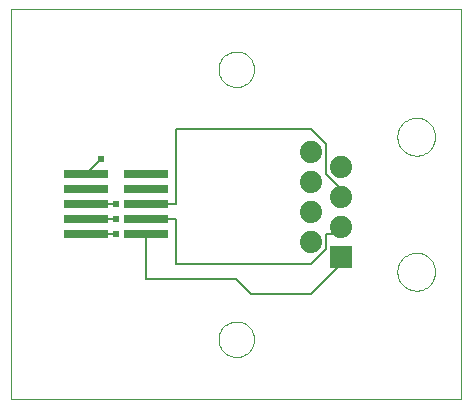
<source format=gtl>
G75*
G70*
%OFA0B0*%
%FSLAX24Y24*%
%IPPOS*%
%LPD*%
%AMOC8*
5,1,8,0,0,1.08239X$1,22.5*
%
%ADD10C,0.0000*%
%ADD11C,0.0740*%
%ADD12R,0.0740X0.0740*%
%ADD13R,0.1500X0.0290*%
%ADD14C,0.0060*%
%ADD15C,0.0240*%
D10*
X000100Y000100D02*
X000100Y013100D01*
X015100Y013100D01*
X015100Y000100D01*
X000100Y000100D01*
X007009Y002100D02*
X007011Y002148D01*
X007017Y002196D01*
X007027Y002243D01*
X007040Y002289D01*
X007058Y002334D01*
X007078Y002378D01*
X007103Y002420D01*
X007131Y002459D01*
X007161Y002496D01*
X007195Y002530D01*
X007232Y002562D01*
X007270Y002591D01*
X007311Y002616D01*
X007354Y002638D01*
X007399Y002656D01*
X007445Y002670D01*
X007492Y002681D01*
X007540Y002688D01*
X007588Y002691D01*
X007636Y002690D01*
X007684Y002685D01*
X007732Y002676D01*
X007778Y002664D01*
X007823Y002647D01*
X007867Y002627D01*
X007909Y002604D01*
X007949Y002577D01*
X007987Y002547D01*
X008022Y002514D01*
X008054Y002478D01*
X008084Y002440D01*
X008110Y002399D01*
X008132Y002356D01*
X008152Y002312D01*
X008167Y002267D01*
X008179Y002220D01*
X008187Y002172D01*
X008191Y002124D01*
X008191Y002076D01*
X008187Y002028D01*
X008179Y001980D01*
X008167Y001933D01*
X008152Y001888D01*
X008132Y001844D01*
X008110Y001801D01*
X008084Y001760D01*
X008054Y001722D01*
X008022Y001686D01*
X007987Y001653D01*
X007949Y001623D01*
X007909Y001596D01*
X007867Y001573D01*
X007823Y001553D01*
X007778Y001536D01*
X007732Y001524D01*
X007684Y001515D01*
X007636Y001510D01*
X007588Y001509D01*
X007540Y001512D01*
X007492Y001519D01*
X007445Y001530D01*
X007399Y001544D01*
X007354Y001562D01*
X007311Y001584D01*
X007270Y001609D01*
X007232Y001638D01*
X007195Y001670D01*
X007161Y001704D01*
X007131Y001741D01*
X007103Y001780D01*
X007078Y001822D01*
X007058Y001866D01*
X007040Y001911D01*
X007027Y001957D01*
X007017Y002004D01*
X007011Y002052D01*
X007009Y002100D01*
X012970Y004350D02*
X012972Y004400D01*
X012978Y004450D01*
X012988Y004499D01*
X013002Y004547D01*
X013019Y004594D01*
X013040Y004639D01*
X013065Y004683D01*
X013093Y004724D01*
X013125Y004763D01*
X013159Y004800D01*
X013196Y004834D01*
X013236Y004864D01*
X013278Y004891D01*
X013322Y004915D01*
X013368Y004936D01*
X013415Y004952D01*
X013463Y004965D01*
X013513Y004974D01*
X013562Y004979D01*
X013613Y004980D01*
X013663Y004977D01*
X013712Y004970D01*
X013761Y004959D01*
X013809Y004944D01*
X013855Y004926D01*
X013900Y004904D01*
X013943Y004878D01*
X013984Y004849D01*
X014023Y004817D01*
X014059Y004782D01*
X014091Y004744D01*
X014121Y004704D01*
X014148Y004661D01*
X014171Y004617D01*
X014190Y004571D01*
X014206Y004523D01*
X014218Y004474D01*
X014226Y004425D01*
X014230Y004375D01*
X014230Y004325D01*
X014226Y004275D01*
X014218Y004226D01*
X014206Y004177D01*
X014190Y004129D01*
X014171Y004083D01*
X014148Y004039D01*
X014121Y003996D01*
X014091Y003956D01*
X014059Y003918D01*
X014023Y003883D01*
X013984Y003851D01*
X013943Y003822D01*
X013900Y003796D01*
X013855Y003774D01*
X013809Y003756D01*
X013761Y003741D01*
X013712Y003730D01*
X013663Y003723D01*
X013613Y003720D01*
X013562Y003721D01*
X013513Y003726D01*
X013463Y003735D01*
X013415Y003748D01*
X013368Y003764D01*
X013322Y003785D01*
X013278Y003809D01*
X013236Y003836D01*
X013196Y003866D01*
X013159Y003900D01*
X013125Y003937D01*
X013093Y003976D01*
X013065Y004017D01*
X013040Y004061D01*
X013019Y004106D01*
X013002Y004153D01*
X012988Y004201D01*
X012978Y004250D01*
X012972Y004300D01*
X012970Y004350D01*
X012970Y008850D02*
X012972Y008900D01*
X012978Y008950D01*
X012988Y008999D01*
X013002Y009047D01*
X013019Y009094D01*
X013040Y009139D01*
X013065Y009183D01*
X013093Y009224D01*
X013125Y009263D01*
X013159Y009300D01*
X013196Y009334D01*
X013236Y009364D01*
X013278Y009391D01*
X013322Y009415D01*
X013368Y009436D01*
X013415Y009452D01*
X013463Y009465D01*
X013513Y009474D01*
X013562Y009479D01*
X013613Y009480D01*
X013663Y009477D01*
X013712Y009470D01*
X013761Y009459D01*
X013809Y009444D01*
X013855Y009426D01*
X013900Y009404D01*
X013943Y009378D01*
X013984Y009349D01*
X014023Y009317D01*
X014059Y009282D01*
X014091Y009244D01*
X014121Y009204D01*
X014148Y009161D01*
X014171Y009117D01*
X014190Y009071D01*
X014206Y009023D01*
X014218Y008974D01*
X014226Y008925D01*
X014230Y008875D01*
X014230Y008825D01*
X014226Y008775D01*
X014218Y008726D01*
X014206Y008677D01*
X014190Y008629D01*
X014171Y008583D01*
X014148Y008539D01*
X014121Y008496D01*
X014091Y008456D01*
X014059Y008418D01*
X014023Y008383D01*
X013984Y008351D01*
X013943Y008322D01*
X013900Y008296D01*
X013855Y008274D01*
X013809Y008256D01*
X013761Y008241D01*
X013712Y008230D01*
X013663Y008223D01*
X013613Y008220D01*
X013562Y008221D01*
X013513Y008226D01*
X013463Y008235D01*
X013415Y008248D01*
X013368Y008264D01*
X013322Y008285D01*
X013278Y008309D01*
X013236Y008336D01*
X013196Y008366D01*
X013159Y008400D01*
X013125Y008437D01*
X013093Y008476D01*
X013065Y008517D01*
X013040Y008561D01*
X013019Y008606D01*
X013002Y008653D01*
X012988Y008701D01*
X012978Y008750D01*
X012972Y008800D01*
X012970Y008850D01*
X007009Y011100D02*
X007011Y011148D01*
X007017Y011196D01*
X007027Y011243D01*
X007040Y011289D01*
X007058Y011334D01*
X007078Y011378D01*
X007103Y011420D01*
X007131Y011459D01*
X007161Y011496D01*
X007195Y011530D01*
X007232Y011562D01*
X007270Y011591D01*
X007311Y011616D01*
X007354Y011638D01*
X007399Y011656D01*
X007445Y011670D01*
X007492Y011681D01*
X007540Y011688D01*
X007588Y011691D01*
X007636Y011690D01*
X007684Y011685D01*
X007732Y011676D01*
X007778Y011664D01*
X007823Y011647D01*
X007867Y011627D01*
X007909Y011604D01*
X007949Y011577D01*
X007987Y011547D01*
X008022Y011514D01*
X008054Y011478D01*
X008084Y011440D01*
X008110Y011399D01*
X008132Y011356D01*
X008152Y011312D01*
X008167Y011267D01*
X008179Y011220D01*
X008187Y011172D01*
X008191Y011124D01*
X008191Y011076D01*
X008187Y011028D01*
X008179Y010980D01*
X008167Y010933D01*
X008152Y010888D01*
X008132Y010844D01*
X008110Y010801D01*
X008084Y010760D01*
X008054Y010722D01*
X008022Y010686D01*
X007987Y010653D01*
X007949Y010623D01*
X007909Y010596D01*
X007867Y010573D01*
X007823Y010553D01*
X007778Y010536D01*
X007732Y010524D01*
X007684Y010515D01*
X007636Y010510D01*
X007588Y010509D01*
X007540Y010512D01*
X007492Y010519D01*
X007445Y010530D01*
X007399Y010544D01*
X007354Y010562D01*
X007311Y010584D01*
X007270Y010609D01*
X007232Y010638D01*
X007195Y010670D01*
X007161Y010704D01*
X007131Y010741D01*
X007103Y010780D01*
X007078Y010822D01*
X007058Y010866D01*
X007040Y010911D01*
X007027Y010957D01*
X007017Y011004D01*
X007011Y011052D01*
X007009Y011100D01*
D11*
X010100Y008350D03*
X011100Y007850D03*
X010100Y007350D03*
X011100Y006850D03*
X010100Y006350D03*
X011100Y005850D03*
X010100Y005350D03*
D12*
X011100Y004850D03*
D13*
X004600Y005600D03*
X004600Y006100D03*
X004600Y006600D03*
X004600Y007100D03*
X004600Y007600D03*
X002600Y007600D03*
X002600Y007100D03*
X002600Y006600D03*
X002600Y006100D03*
X002600Y005600D03*
D14*
X003600Y005600D01*
X003600Y006100D02*
X002600Y006100D01*
X002600Y006600D02*
X003600Y006600D01*
X004600Y006600D02*
X005600Y006600D01*
X005600Y009100D01*
X010100Y009100D01*
X010600Y008600D01*
X010600Y007600D01*
X011100Y007100D01*
X011100Y006850D01*
X011100Y005850D02*
X011100Y005600D01*
X010600Y005600D01*
X010600Y005100D01*
X010100Y004600D01*
X005600Y004600D01*
X005600Y006100D01*
X004600Y006100D01*
X004600Y005600D02*
X004600Y004100D01*
X007600Y004100D01*
X008100Y003600D01*
X010100Y003600D01*
X011100Y004600D01*
X011100Y004850D01*
X003100Y008100D02*
X002600Y007600D01*
D15*
X003100Y008100D03*
X003600Y006600D03*
X003600Y006100D03*
X003600Y005600D03*
M02*

</source>
